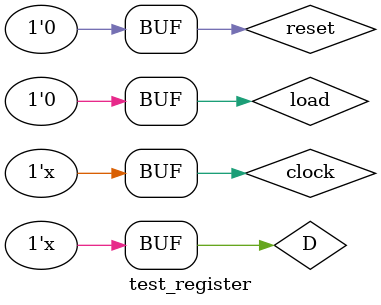
<source format=sv>
`timescale 1ns / 1ps


module test_register();
    logic clock,reset,D,load;
    logic Q;
    
    
    registro DUT(.clk(clock),
                 .reset(reset),
                 .D(D),
                 .load(load),
                 .Q(Q));
 always #8 clock=~clock;
 always #5 D = ~D;
 
 initial begin
 clock=1;
 reset=1;
 load = 1;
 D = 0;
 
 #10 reset=0;
 #80 load = 0;
 
 
 end
                
                 
endmodule

</source>
